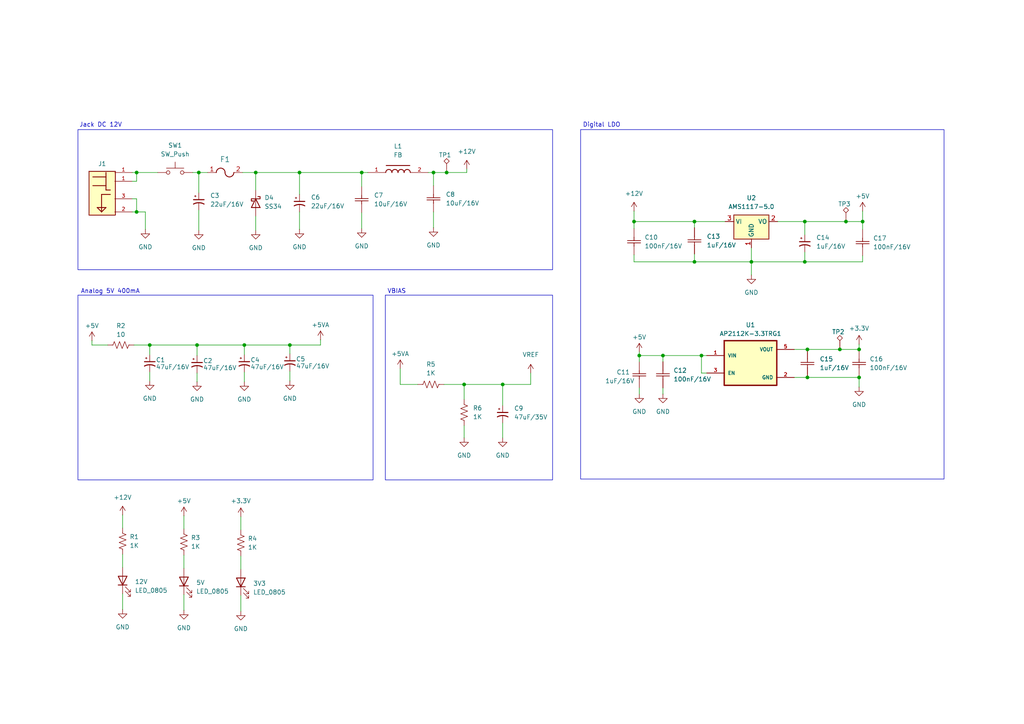
<source format=kicad_sch>
(kicad_sch (version 20231120) (generator "eeschema") (generator_version "8.0")
  (paper "A4")
  (lib_symbols
    (symbol "Connector:TestPoint_Alt" (pin_numbers hide) (pin_names (offset 0.762) hide)
      (property "Reference" "TP" (at 0 6.858 0))
      (property "Value" "TestPoint_Alt" (at 0 5.08 0))
      (symbol "TestPoint_Alt_0_1"
        (polyline (pts (xy 0 2.54) (xy -0.762 3.302) (xy 0 4.064) (xy 0.762 3.302) (xy 0 2.54)))
      )
      (symbol "TestPoint_Alt_1_1"
        (pin passive line (at 0 0 90) (length 2.54) (name "1") (number "1"))
      )
    )
    (symbol "Digital_Multi_Effect_Pedal:AP2112K-3.3TRG1" (pin_names (offset 1.016))
      (property "Reference" "U" (at -7.663 8.6476 0))
      (property "Value" "AP2112K-3.3TRG1" (at -7.6489 -11.6507 0))
      (symbol "AP2112K-3.3TRG1_0_0"
        (rectangle (start -7.62 5.588) (end 7.62 -7.366) (stroke (width 0.41)) (fill (type background)))
        (pin power_in line (at -12.7 1.27 0) (length 5.08) (name "VIN") (number "1"))
        (pin power_in line (at 12.7 -5.08 180) (length 5.08) (name "GND") (number "2"))
        (pin input line (at -12.7 -3.81 0) (length 5.08) (name "EN") (number "3"))
        (pin power_in line (at 12.7 3.048 180) (length 5.08) (name "VOUT") (number "5"))
      )
    )
    (symbol "Digital_Multi_Effect_Pedal:FB" (pin_names (offset 1.016))
      (property "Reference" "L" (at -10.16 7.62 0))
      (property "Value" "FB" (at -10.16 5.08 0))
      (symbol "FB_0_0"
        (arc (start -0.381 0) (mid -1.27 0.889) (end -2.159 0) (stroke (width 0.254)))
        (arc (start 1.397 0) (mid 0.508 0.889) (end -0.381 0) (stroke (width 0.254)))
        (arc (start 4.953 0) (mid 4.064 0.889) (end 3.175 0) (stroke (width 0.254)))
        (pin passive line (at -7.366 0 0) (length 5.08) (name "~") (number "1"))
        (pin passive line (at 10.16 0 180) (length 5.08) (name "~") (number "2"))
      )
      (symbol "FB_1_0"
        (arc (start 3.175 0) (mid 2.286 0.889) (end 1.397 0) (stroke (width 0.254)))
      )
      (symbol "FB_1_1"
        (polyline (pts (xy -2.032 2.032) (xy 4.826 2.032)) (stroke (width 0.254)))
      )
    )
    (symbol "Digital_Multi_Effect_Pedal:Fuse" (pin_names (offset 0.254) hide)
      (property "Reference" "F" (at 5.08 3.175 0))
      (symbol "Fuse_1_1"
        (arc (start 5.08 0) (mid 3.81 1.2645) (end 2.54 0) (stroke (width 0.254)))
        (arc (start 5.08 0) (mid 6.35 -1.2645) (end 7.62 0) (stroke (width 0.254)))
        (pin unspecified line (at 0 0 0) (length 2.54) (name "1") (number "1"))
        (pin unspecified line (at 10.16 0 180) (length 2.54) (name "2") (number "2"))
      )
      (symbol "Fuse_1_2"
        (arc (start 0 5.08) (mid -1.2645 3.81) (end 0 2.54) (stroke (width 0.254)))
        (arc (start 0 5.08) (mid 1.2645 6.35) (end 0 7.62) (stroke (width 0.254)))
        (pin unspecified line (at 0 0 90) (length 2.54) (name "1") (number "1"))
        (pin unspecified line (at 0 10.16 270) (length 2.54) (name "2") (number "2"))
      )
    )
    (symbol "Digital_Multi_Effect_Pedal:JackDC" (pin_names (offset 1.016))
      (property "Reference" "J" (at -5.0869 7.6304 0))
      (symbol "JackDC_0_0"
        (rectangle (start -3.6368 -4.7336) (end 3.9832 7.9664) (stroke (width 0.254)) (fill (type background)))
        (polyline (pts (xy -2.54 3.81) (xy 1.27 3.81)) (stroke (width 0.254)))
        (polyline (pts (xy -1.27 -2.54) (xy 1.27 -2.54)) (stroke (width 0.254)))
        (polyline (pts (xy 0 -3.81) (xy -1.27 -2.54)) (stroke (width 0.254)))
        (polyline (pts (xy 0 1.27) (xy 0 -3.81)) (stroke (width 0.254)))
        (polyline (pts (xy 1.27 -2.54) (xy 0 -3.81)) (stroke (width 0.254)))
        (polyline (pts (xy 1.27 2.54) (xy 2.54 2.54)) (stroke (width 0.254)))
        (polyline (pts (xy 1.27 3.81) (xy 1.27 2.54)) (stroke (width 0.254)))
        (polyline (pts (xy 1.27 6.35) (xy -2.54 6.35)) (stroke (width 0.254)))
        (polyline (pts (xy 1.27 6.35) (xy 1.27 3.81)) (stroke (width 0.254)))
        (polyline (pts (xy 1.27 7.62) (xy 1.27 6.35)) (stroke (width 0.254)))
        (polyline (pts (xy 2.54 1.27) (xy 0 1.27)) (stroke (width 0.254)))
        (pin passive line (at 8.89 -3.81 180) (length 5.08) (name "~") (number "2"))
        (pin passive line (at 8.89 0 180) (length 5.08) (name "~") (number "3"))
      )
      (symbol "JackDC_1_0"
        (pin passive line (at 8.89 5.08 180) (length 5.08) (name "~") (number "1"))
        (pin passive line (at 8.89 7.62 180) (length 5.08) (name "~") (number "1"))
      )
    )
    (symbol "Digital_Multi_Effect_Pedal:SS34" (pin_numbers hide) (pin_names (offset 1.016) hide)
      (property "Reference" "D" (at 0 2.54 0))
      (property "Value" "SS34" (at 0 -2.54 0))
      (symbol "SS34_0_1"
        (polyline (pts (xy 1.27 0) (xy -1.27 0)))
        (polyline (pts (xy 1.27 1.27) (xy 1.27 -1.27) (xy -1.27 0) (xy 1.27 1.27)) (stroke (width 0.254)))
        (polyline (pts (xy -1.905 0.635) (xy -1.905 1.27) (xy -1.27 1.27) (xy -1.27 -1.27) (xy -0.635 -1.27) (xy -0.635 -0.635)) (stroke (width 0.254)))
      )
      (symbol "SS34_1_1"
        (pin passive line (at -3.81 0 0) (length 2.54) (name "K") (number "1"))
        (pin passive line (at 3.81 0 180) (length 2.54) (name "A") (number "2"))
      )
    )
    (symbol "Digital_Multi_Effect_Pedal:SW_Push" (pin_numbers hide) (pin_names (offset 1.016) hide)
      (property "Reference" "SW" (at 1.27 2.54 0))
      (property "Value" "SW_Push" (at 0 -1.524 0))
      (symbol "SW_Push_0_1"
        (circle (center -2.032 0) (radius 0.508))
        (polyline (pts (xy 0 1.27) (xy 0 3.048)))
        (polyline (pts (xy 2.54 1.27) (xy -2.54 1.27)))
        (circle (center 2.032 0) (radius 0.508))
      )
      (symbol "SW_Push_1_1"
        (pin passive line (at -5.08 0 0) (length 2.54) (name "1") (number "1"))
        (pin passive line (at 5.08 0 180) (length 2.54) (name "2") (number "2"))
      )
    )
    (symbol "Regulator_Linear:AMS1117-5.0"
      (property "Reference" "U" (at -3.81 3.175 0))
      (property "Value" "AMS1117-5.0" (at 0 3.175 0))
      (symbol "AMS1117-5.0_0_1"
        (rectangle (start -5.08 -5.08) (end 5.08 1.905) (stroke (width 0.254)) (fill (type background)))
      )
      (symbol "AMS1117-5.0_1_1"
        (pin power_in line (at 0 -7.62 90) (length 2.54) (name "GND") (number "1"))
        (pin power_out line (at 7.62 0 180) (length 2.54) (name "VO") (number "2"))
        (pin power_in line (at -7.62 0 0) (length 2.54) (name "VI") (number "3"))
      )
    )
    (symbol "charge_battery_sym_lib:Cap_Tantalum_10uF_35V" (pin_numbers hide) (pin_names (offset 1.016) hide)
      (property "Reference" "C" (at 0 3.81 0))
      (property "Value" "10uF/35V" (at 0 -5.08 0))
      (symbol "Cap_Tantalum_10uF_35V_0_1"
        (polyline (pts (xy 1.016 -1.27) (xy 1.016 -0.762)))
        (polyline (pts (xy 1.27 -1.016) (xy 0.762 -1.016)))
        (polyline (pts (xy 2.032 -1.524) (xy 2.032 1.524)) (stroke (width 0.3048)))
        (arc (start 3.302 1.524) (mid 2.9134 0) (end 3.302 -1.524) (stroke (width 0.3048)))
      )
      (symbol "Cap_Tantalum_10uF_35V_1_1"
        (pin passive line (at 0 0 0) (length 2.032) (name "~") (number "1"))
        (pin passive line (at 5.08 0 180) (length 2.032) (name "~") (number "2"))
      )
    )
    (symbol "charge_battery_sym_lib:Cap_Tantalum_1uF_16V" (pin_numbers hide) (pin_names (offset 1.016) hide)
      (property "Reference" "C" (at 0 3.81 0))
      (property "Value" "1uF/16V" (at 0 -5.08 0))
      (symbol "Cap_Tantalum_1uF_16V_0_1"
        (polyline (pts (xy 1.016 -1.27) (xy 1.016 -0.762)))
        (polyline (pts (xy 1.27 -1.016) (xy 0.762 -1.016)))
        (polyline (pts (xy 2.032 -1.524) (xy 2.032 1.524)) (stroke (width 0.3048)))
        (arc (start 3.302 1.524) (mid 2.9134 0) (end 3.302 -1.524) (stroke (width 0.3048)))
      )
      (symbol "Cap_Tantalum_1uF_16V_1_1"
        (pin passive line (at 0 0 0) (length 2.032) (name "~") (number "1"))
        (pin passive line (at 5.08 0 180) (length 2.032) (name "~") (number "2"))
      )
    )
    (symbol "charge_battery_sym_lib:Ceramic_Cap_SMD_100nF_16V" (pin_numbers hide) (pin_names hide)
      (property "Reference" "C" (at 1.016 2.794 0))
      (property "Value" "100nF/16V" (at 0.254 5.334 0))
      (symbol "Ceramic_Cap_SMD_100nF_16V_1_1"
        (polyline (pts (xy 1.27 0) (xy 2.2098 0)) (stroke (width 0.2032)))
        (polyline (pts (xy 2.2098 -1.905) (xy 2.2098 1.905)) (stroke (width 0.2032)))
        (polyline (pts (xy 2.8448 -1.905) (xy 2.8448 1.905)) (stroke (width 0.2032)))
        (polyline (pts (xy 2.8448 0) (xy 3.81 0)) (stroke (width 0.2032)))
        (pin unspecified line (at -1.27 0 0) (length 2.54) (name "") (number "1"))
        (pin unspecified line (at 6.35 0 180) (length 2.54) (name "") (number "2"))
      )
    )
    (symbol "charge_battery_sym_lib:Ceramic_Cap_SMD_10uF_16V" (pin_numbers hide) (pin_names hide)
      (property "Reference" "C" (at 2.286 2.794 0))
      (property "Value" "10uF/16V" (at 0.254 5.334 0))
      (symbol "Ceramic_Cap_SMD_10uF_16V_1_1"
        (polyline (pts (xy 2.54 0) (xy 3.4798 0)) (stroke (width 0.2032)))
        (polyline (pts (xy 3.4798 -1.905) (xy 3.4798 1.905)) (stroke (width 0.2032)))
        (polyline (pts (xy 4.1148 -1.905) (xy 4.1148 1.905)) (stroke (width 0.2032)))
        (polyline (pts (xy 4.1148 0) (xy 5.08 0)) (stroke (width 0.2032)))
        (pin unspecified line (at 0 0 0) (length 2.54) (name "") (number "1"))
        (pin unspecified line (at 7.62 0 180) (length 2.54) (name "") (number "2"))
      )
    )
    (symbol "charge_battery_sym_lib:Ceramic_Cap_SMD_1uF_16V" (pin_numbers hide) (pin_names hide)
      (property "Reference" "C" (at 2.286 2.794 0))
      (property "Value" "1uF/16V" (at 0.254 5.334 0))
      (symbol "Ceramic_Cap_SMD_1uF_16V_1_1"
        (polyline (pts (xy 2.54 0) (xy 3.4798 0)) (stroke (width 0.2032)))
        (polyline (pts (xy 3.4798 -1.905) (xy 3.4798 1.905)) (stroke (width 0.2032)))
        (polyline (pts (xy 4.1148 -1.905) (xy 4.1148 1.905)) (stroke (width 0.2032)))
        (polyline (pts (xy 4.1148 0) (xy 5.08 0)) (stroke (width 0.2032)))
        (pin unspecified line (at 0 0 0) (length 2.54) (name "") (number "1"))
        (pin unspecified line (at 7.62 0 180) (length 2.54) (name "") (number "2"))
      )
    )
    (symbol "charge_battery_sym_lib:LED_0805" (pin_numbers hide) (pin_names (offset 1.016) hide)
      (property "Reference" "D" (at 0 2.54 0))
      (property "Value" "LED_0805" (at 0 -4.064 0))
      (symbol "LED_0805_0_1"
        (polyline (pts (xy -1.27 -1.27) (xy -1.27 1.27)) (stroke (width 0.254)))
        (polyline (pts (xy -1.27 0) (xy 1.27 0)))
        (polyline (pts (xy 1.27 -1.27) (xy 1.27 1.27) (xy -1.27 0) (xy 1.27 -1.27)) (stroke (width 0.254)))
        (polyline (pts (xy -3.048 -0.762) (xy -4.572 -2.286) (xy -3.81 -2.286) (xy -4.572 -2.286) (xy -4.572 -1.524)))
        (polyline (pts (xy -1.778 -0.762) (xy -3.302 -2.286) (xy -2.54 -2.286) (xy -3.302 -2.286) (xy -3.302 -1.524)))
      )
      (symbol "LED_0805_1_1"
        (pin passive line (at -3.81 0 0) (length 2.54) (name "K") (number "1"))
        (pin passive line (at 3.81 0 180) (length 2.54) (name "A") (number "2"))
      )
    )
    (symbol "charge_battery_sym_lib:Res_1K_0603_1%" (pin_numbers hide) (pin_names hide)
      (property "Reference" "R" (at 3.556 2.54 0))
      (property "Value" "1K/1%/1_10W" (at 4.064 -2.54 0))
      (symbol "Res_1K_0603_1%_0_1"
        (polyline (pts (xy 1.524 0) (xy 1.27 0)))
        (polyline (pts (xy 6.096 0) (xy 6.35 0)))
        (polyline (pts (xy 1.524 0) (xy 1.905 1.016) (xy 2.286 0) (xy 2.667 -1.016) (xy 3.048 0)))
        (polyline (pts (xy 3.048 0) (xy 3.429 1.016) (xy 3.81 0) (xy 4.191 -1.016) (xy 4.572 0)))
        (polyline (pts (xy 4.572 0) (xy 4.953 1.016) (xy 5.334 0) (xy 5.715 -1.016) (xy 6.096 0)))
      )
      (symbol "Res_1K_0603_1%_1_1"
        (pin passive line (at 0 0 0) (length 1.27) (name "~") (number "1"))
        (pin passive line (at 7.62 0 180) (length 1.27) (name "~") (number "2"))
      )
    )
    (symbol "power:+12V" (power) (pin_numbers hide) (pin_names (offset 0) hide)
      (property "Value" "+12V" (at 0 3.556 0))
      (symbol "+12V_0_1"
        (polyline (pts (xy -0.762 1.27) (xy 0 2.54)))
        (polyline (pts (xy 0 0) (xy 0 2.54)))
        (polyline (pts (xy 0 2.54) (xy 0.762 1.27)))
      )
      (symbol "+12V_1_1"
        (pin power_in line (at 0 0 90) (length 0) (name "~") (number "1"))
      )
    )
    (symbol "power:+3.3V" (power) (pin_numbers hide) (pin_names (offset 0) hide)
      (property "Value" "+3.3V" (at 0 3.556 0))
      (symbol "+3.3V_0_1"
        (polyline (pts (xy -0.762 1.27) (xy 0 2.54)))
        (polyline (pts (xy 0 0) (xy 0 2.54)))
        (polyline (pts (xy 0 2.54) (xy 0.762 1.27)))
      )
      (symbol "+3.3V_1_1"
        (pin power_in line (at 0 0 90) (length 0) (name "~") (number "1"))
      )
    )
    (symbol "power:+5V" (power) (pin_numbers hide) (pin_names (offset 0) hide)
      (property "Value" "+5V" (at 0 3.556 0))
      (symbol "+5V_0_1"
        (polyline (pts (xy -0.762 1.27) (xy 0 2.54)))
        (polyline (pts (xy 0 0) (xy 0 2.54)))
        (polyline (pts (xy 0 2.54) (xy 0.762 1.27)))
      )
      (symbol "+5V_1_1"
        (pin power_in line (at 0 0 90) (length 0) (name "~") (number "1"))
      )
    )
    (symbol "power:GND" (power) (pin_numbers hide) (pin_names (offset 0) hide)
      (property "Value" "GND" (at 0 -3.81 0))
      (symbol "GND_0_1"
        (polyline (pts (xy 0 0) (xy 0 -1.27) (xy 1.27 -1.27) (xy 0 -2.54) (xy -1.27 -1.27) (xy 0 -1.27)))
      )
      (symbol "GND_1_1"
        (pin power_in line (at 0 0 270) (length 0) (name "~") (number "1"))
      )
    )
    (symbol "power:VBUS" (power) (pin_numbers hide) (pin_names (offset 0) hide)
      (property "Value" "VBUS" (at 0 3.556 0))
      (symbol "VBUS_0_1"
        (polyline (pts (xy -0.762 1.27) (xy 0 2.54)))
        (polyline (pts (xy 0 0) (xy 0 2.54)))
        (polyline (pts (xy 0 2.54) (xy 0.762 1.27)))
      )
      (symbol "VBUS_1_1"
        (pin power_in line (at 0 0 90) (length 0) (name "~") (number "1"))
      )
    )
  )
  (junction (at 234.188 109.474))
  (junction (at 74.168 50.038))
  (junction (at 57.658 50.038))
  (junction (at 201.422 64.262))
  (junction (at 249.174 109.474))
  (junction (at 203.454 103.124))
  (junction (at 192.278 103.124))
  (junction (at 185.42 103.124))
  (junction (at 243.586 101.346))
  (junction (at 201.422 75.946))
  (junction (at 250.19 64.262))
  (junction (at 183.896 64.262))
  (junction (at 86.868 50.038))
  (junction (at 70.866 100.076))
  (junction (at 84.074 100.076))
  (junction (at 125.73 50.038))
  (junction (at 43.434 100.076))
  (junction (at 233.426 75.946))
  (junction (at 104.902 50.038))
  (junction (at 217.932 75.946))
  (junction (at 145.796 111.506))
  (junction (at 234.188 101.346))
  (junction (at 134.62 111.506))
  (junction (at 129.54 50.038))
  (junction (at 233.426 64.262))
  (junction (at 245.364 64.262))
  (junction (at 39.624 50.038))
  (junction (at 39.624 61.468))
  (junction (at 57.15 100.076))
  (junction (at 249.174 101.346))
  (wire (pts (xy 104.902 66.294) (xy 104.902 61.722)))
  (wire (pts (xy 249.174 99.822) (xy 249.174 101.346)))
  (wire (pts (xy 70.866 100.076) (xy 84.074 100.076)))
  (wire (pts (xy 201.422 64.262) (xy 201.422 66.04)))
  (wire (pts (xy 135.382 50.038) (xy 129.54 50.038)))
  (wire (pts (xy 134.62 111.506) (xy 134.62 115.824)))
  (wire (pts (xy 153.924 108.204) (xy 153.924 111.506)))
  (wire (pts (xy 243.586 101.346) (xy 234.188 101.346)))
  (wire (pts (xy 201.422 75.946) (xy 217.932 75.946)))
  (wire (pts (xy 116.078 111.506) (xy 116.078 106.934)))
  (wire (pts (xy 42.164 61.468) (xy 39.624 61.468)))
  (wire (pts (xy 234.188 101.6) (xy 234.188 101.346)))
  (wire (pts (xy 35.56 160.782) (xy 35.56 164.592)))
  (wire (pts (xy 125.73 66.04) (xy 125.73 61.468)))
  (wire (pts (xy 249.174 101.6) (xy 249.174 101.346)))
  (wire (pts (xy 74.168 55.118) (xy 74.168 50.038)))
  (wire (pts (xy 53.34 161.036) (xy 53.34 164.846)))
  (wire (pts (xy 43.434 102.87) (xy 43.434 100.076)))
  (wire (pts (xy 84.074 107.696) (xy 84.074 110.49)))
  (wire (pts (xy 125.73 50.038) (xy 124.206 50.038)))
  (wire (pts (xy 39.624 50.038) (xy 45.72 50.038)))
  (wire (pts (xy 70.358 50.038) (xy 74.168 50.038)))
  (wire (pts (xy 210.312 64.262) (xy 201.422 64.262)))
  (wire (pts (xy 204.978 108.204) (xy 203.454 108.204)))
  (wire (pts (xy 86.868 61.468) (xy 86.868 66.548)))
  (wire (pts (xy 104.902 50.038) (xy 106.68 50.038)))
  (wire (pts (xy 145.796 117.602) (xy 145.796 111.506)))
  (wire (pts (xy 57.658 66.802) (xy 57.658 60.96)))
  (wire (pts (xy 70.866 100.076) (xy 70.866 102.87)))
  (wire (pts (xy 43.434 107.95) (xy 43.434 110.49)))
  (wire (pts (xy 69.85 149.86) (xy 69.85 153.67)))
  (wire (pts (xy 39.624 50.038) (xy 39.624 52.578)))
  (wire (pts (xy 104.902 50.038) (xy 104.902 54.102)))
  (wire (pts (xy 26.67 100.076) (xy 26.67 98.806)))
  (wire (pts (xy 86.868 50.038) (xy 104.902 50.038)))
  (wire (pts (xy 39.624 57.658) (xy 39.624 61.468)))
  (wire (pts (xy 39.624 52.578) (xy 38.354 52.578)))
  (wire (pts (xy 38.354 57.658) (xy 39.624 57.658)))
  (wire (pts (xy 69.85 161.29) (xy 69.85 165.1)))
  (wire (pts (xy 185.42 102.108) (xy 185.42 103.124)))
  (wire (pts (xy 233.426 68.072) (xy 233.426 64.262)))
  (wire (pts (xy 183.896 64.262) (xy 201.422 64.262)))
  (wire (pts (xy 53.34 149.606) (xy 53.34 153.416)))
  (wire (pts (xy 57.658 50.038) (xy 57.658 55.88)))
  (wire (pts (xy 135.382 49.022) (xy 135.382 50.038)))
  (wire (pts (xy 233.426 75.946) (xy 250.19 75.946)))
  (wire (pts (xy 245.364 64.262) (xy 250.19 64.262)))
  (wire (pts (xy 185.42 103.124) (xy 192.278 103.124)))
  (wire (pts (xy 249.174 101.346) (xy 243.586 101.346)))
  (wire (pts (xy 234.188 109.22) (xy 234.188 109.474)))
  (wire (pts (xy 250.19 74.168) (xy 250.19 75.946)))
  (wire (pts (xy 57.658 50.038) (xy 60.198 50.038)))
  (wire (pts (xy 230.378 101.346) (xy 234.188 101.346)))
  (wire (pts (xy 39.624 61.468) (xy 38.354 61.468)))
  (wire (pts (xy 225.552 64.262) (xy 233.426 64.262)))
  (wire (pts (xy 69.85 172.72) (xy 69.85 177.292)))
  (wire (pts (xy 129.54 50.038) (xy 125.73 50.038)))
  (wire (pts (xy 145.796 111.506) (xy 153.924 111.506)))
  (wire (pts (xy 57.15 100.076) (xy 70.866 100.076)))
  (wire (pts (xy 192.278 103.124) (xy 203.454 103.124)))
  (wire (pts (xy 203.454 103.124) (xy 203.454 108.204)))
  (wire (pts (xy 92.964 100.076) (xy 84.074 100.076)))
  (wire (pts (xy 183.896 64.262) (xy 183.896 66.294)))
  (wire (pts (xy 183.896 61.214) (xy 183.896 64.262)))
  (wire (pts (xy 35.56 149.352) (xy 35.56 153.162)))
  (wire (pts (xy 233.426 64.262) (xy 245.364 64.262)))
  (wire (pts (xy 57.15 103.124) (xy 57.15 100.076)))
  (wire (pts (xy 183.896 73.914) (xy 183.896 75.946)))
  (wire (pts (xy 145.796 122.682) (xy 145.796 127)))
  (wire (pts (xy 125.73 53.848) (xy 125.73 50.038)))
  (wire (pts (xy 250.19 61.214) (xy 250.19 64.262)))
  (wire (pts (xy 183.896 75.946) (xy 201.422 75.946)))
  (wire (pts (xy 249.174 109.474) (xy 234.188 109.474)))
  (wire (pts (xy 217.932 71.882) (xy 217.932 75.946)))
  (wire (pts (xy 86.868 50.038) (xy 74.168 50.038)))
  (wire (pts (xy 35.56 172.212) (xy 35.56 176.784)))
  (wire (pts (xy 86.868 56.388) (xy 86.868 50.038)))
  (wire (pts (xy 128.778 111.506) (xy 134.62 111.506)))
  (wire (pts (xy 250.19 64.262) (xy 250.19 66.548)))
  (wire (pts (xy 42.164 61.468) (xy 42.164 66.548)))
  (wire (pts (xy 192.278 104.902) (xy 192.278 103.124)))
  (wire (pts (xy 31.242 100.076) (xy 26.67 100.076)))
  (wire (pts (xy 185.42 112.522) (xy 185.42 114.3)))
  (wire (pts (xy 201.422 73.66) (xy 201.422 75.946)))
  (wire (pts (xy 92.964 98.552) (xy 92.964 100.076)))
  (wire (pts (xy 233.426 75.946) (xy 217.932 75.946)))
  (wire (pts (xy 38.862 100.076) (xy 43.434 100.076)))
  (wire (pts (xy 204.978 103.124) (xy 203.454 103.124)))
  (wire (pts (xy 249.174 109.22) (xy 249.174 109.474)))
  (wire (pts (xy 55.88 50.038) (xy 57.658 50.038)))
  (wire (pts (xy 43.434 100.076) (xy 57.15 100.076)))
  (wire (pts (xy 185.42 103.124) (xy 185.42 104.902)))
  (wire (pts (xy 192.278 114.3) (xy 192.278 112.522)))
  (wire (pts (xy 233.426 73.152) (xy 233.426 75.946)))
  (wire (pts (xy 57.15 108.204) (xy 57.15 110.744)))
  (wire (pts (xy 84.074 100.076) (xy 84.074 102.616)))
  (wire (pts (xy 134.62 123.444) (xy 134.62 127)))
  (wire (pts (xy 145.796 111.506) (xy 134.62 111.506)))
  (wire (pts (xy 74.168 62.738) (xy 74.168 66.802)))
  (wire (pts (xy 234.188 109.474) (xy 230.378 109.474)))
  (wire (pts (xy 53.34 172.466) (xy 53.34 177.038)))
  (wire (pts (xy 121.158 111.506) (xy 116.078 111.506)))
  (wire (pts (xy 70.866 107.95) (xy 70.866 110.744)))
  (wire (pts (xy 217.932 75.946) (xy 217.932 79.756)))
  (wire (pts (xy 38.354 50.038) (xy 39.624 50.038)))
  (wire (pts (xy 249.174 109.474) (xy 249.174 112.268)))
  (rectangle (start 168.402 37.592) (end 273.812 138.938))
  (rectangle (start 22.606 85.598) (end 108.204 139.192))
  (rectangle (start 111.76 85.598) (end 160.274 139.192))
  (rectangle (start 22.606 37.592) (end 160.274 78.232))
  (text "VBIAS" (at 115.062 84.582 0) (effects (font (size 1.27 1.27))))
  (text "Jack DC 12V\n" (at 29.21 36.322 0) (effects (font (size 1.27 1.27))))
  (text "Analog 5V 400mA" (at 32.004 84.582 0) (effects (font (size 1.27 1.27))))
  (text "Digital LDO" (at 174.498 36.322 0) (effects (font (size 1.27 1.27))))
  (symbol (lib_id "charge_battery_sym_lib:Res_1K_0603_1%") (at 69.85 153.67 270) (unit 1)
    (property "Reference" "R4" (at 71.882 156.2099 90) (effects (justify left)))
    (property "Value" "1K" (at 71.882 158.7499 90) (effects (justify left)))
    (property "Footprint" "charge_battery_footprint_lib:Res_0603" (effects (hide yes)))
    (property "Datasheet" "https://fscdn.rohm.com/en/products/databook/datasheet/passive/resistor/chip_resistor/esr-e.pdf" (effects (hide yes)))
    (property "Description" "Res 1 KOhm 0603 1%" (effects (hide yes)))
    (property "Supply name" "Thegioiic" (effects (hide yes)))
    (property "Supply part number" "Điện Trở 1 KOhm 0603 1%" (effects (hide yes)))
    (property "Supply URL" "https://www.thegioiic.com/dien-tro-1-kohm-0603-1-" (effects (hide yes)))
  )
  (symbol (lib_id "Digital_Multi_Effect_Pedal:JackDC") (at 29.464 57.658 0) (unit 1)
    (property "Reference" "J1" (at 29.6372 47.498 0))
    (property "Value" "DCJ200-05-A-XX-X_REVA" (effects (hide yes)))
    (property "Footprint" "Digital_Multi_Effect_Pedal:JackDC" (effects (hide yes)))
    (property "MF" "Global Connector Technology" (effects (hide yes)))
    (property "Description_1" "\n                        \n                            Power Barrel Connector Jack 2.05mm ID (0.081), 5.50mm OD (0.217) Surface Mount, Right Angle\n                        \n" (effects (hide yes)))
    (property "Package" "None" (effects (hide yes)))
    (property "Price" "None" (effects (hide yes)))
    (property "Check_prices" "https://www.snapeda.com/parts/DCJ200-05-A-K1-A/Global+Connector+Technology/view-part/?ref=eda" (effects (hide yes)))
    (property "SnapEDA_Link" "https://www.snapeda.com/parts/DCJ200-05-A-K1-A/Global+Connector+Technology/view-part/?ref=snap" (effects (hide yes)))
    (property "MP" "DCJ200-05-A-K1-A" (effects (hide yes)))
    (property "Availability" "Not in stock" (effects (hide yes)))
    (property "MANUFACTURER" "GCT" (effects (hide yes)))
  )
  (symbol (lib_id "charge_battery_sym_lib:Cap_Tantalum_10uF_35V") (at 57.15 103.124 270) (unit 1)
    (property "Reference" "C2" (at 58.928 104.648 90) (effects (justify left)))
    (property "Value" "47uF/16V" (at 58.928 106.68 90) (effects (justify left)))
    (property "Footprint" "charge_battery_footprint_lib:Tan_Cap_C" (effects (hide yes)))
    (property "Supply name" "Ban Linh Kien" (effects (hide yes)))
    (property "Supply part number" "Tụ Tantalum 106V-10UF 35V SMD6032" (effects (hide yes)))
    (property "Supply URL" "https://banlinhkien.com/tu-tantalum-106v10uf-35v-smd6032-p6650491.html" (effects (hide yes)))
  )
  (symbol (lib_id "charge_battery_sym_lib:LED_0805") (at 69.85 168.91 90) (unit 1)
    (property "Reference" "3V3" (at 73.406 169.2274 90) (effects (justify right)))
    (property "Value" "LED_0805" (at 73.406 171.7674 90) (effects (justify right)))
    (property "Footprint" "charge_battery_footprint_lib:LED_0805" (effects (hide yes)))
    (property "Description" "Light emitting diode" (effects (hide yes)))
    (property "Supply name" "Thegioiic" (effects (hide yes)))
    (property "Supply part number" "LED Xanh Lá 0805 Dán SMD Trong Suốt" (effects (hide yes)))
    (property "Supply URL" "https://www.thegioiic.com/led-xanh-la-0805-dan-smd-trong-suot" (effects (hide yes)))
  )
  (symbol (lib_id "charge_battery_sym_lib:Ceramic_Cap_SMD_100nF_16V") (at 183.896 72.644 90) (unit 1)
    (property "Reference" "C10" (at 186.944 68.8339 90) (effects (justify right)))
    (property "Value" "100nF/16V" (at 186.944 71.3739 90) (effects (justify right)))
    (property "Footprint" "charge_battery_footprint_lib:Ceramic_Cap_0603" (effects (hide yes)))
    (property "Datasheet" "https://www.mouser.vn/datasheet/2/40/KYOCERA_AutoMLCCKAM-3106308.pdf" (effects (hide yes)))
    (property "Description" "10%, 0603 (1608 Metric)" (effects (hide yes)))
    (property "Supply name" "Thegioiic" (effects (hide yes)))
    (property "Supply part number" "Tụ Gốm 0603 100nF (0.1uF) 16V" (effects (hide yes)))
    (property "Supply URL" "https://www.thegioiic.com/tu-gom-0603-100nf-0-1uf-16v" (effects (hide yes)))
  )
  (symbol (lib_id "charge_battery_sym_lib:Cap_Tantalum_1uF_16V") (at 233.426 68.072 270) (unit 1)
    (property "Reference" "C14" (at 236.728 68.9101 90) (effects (justify left)))
    (property "Value" "1uF/16V" (at 236.728 71.4501 90) (effects (justify left)))
    (property "Footprint" "charge_battery_footprint_lib:Tan_Cap_A" (effects (hide yes)))
    (property "Description" "TAJA105K016RNJ" (effects (hide yes)))
    (property "Supply name" "Thegioiic" (effects (hide yes)))
    (property "Supply part number" "Tụ Tantalum 1uF 16V 1206 TAJA105K016RNJ" (effects (hide yes)))
    (property "Supply URL" "https://www.thegioiic.com/tu-tantalum-1uf-16v-1206-taja105k016rnj" (effects (hide yes)))
  )
  (symbol (lib_id "power:GND") (at 192.278 114.3 0) (unit 1)
    (property "Reference" "#PWR027" (effects (hide yes)))
    (property "Value" "GND" (at 192.278 119.38 0))
    (property "Description" "Power symbol creates a global label with name \"GND\" , ground" (effects (hide yes)))
  )
  (symbol (lib_id "Digital_Multi_Effect_Pedal:SW_Push") (at 50.8 50.038 0) (unit 1)
    (property "Reference" "SW1" (at 50.8 42.164 0))
    (property "Value" "SW_Push" (at 50.8 44.704 0))
    (property "Footprint" "Digital_Multi_Effect_Pedal:Header_PW_Switch" (effects (hide yes)))
    (property "Description" "Push button switch, generic, two pins" (effects (hide yes)))
  )
  (symbol (lib_id "charge_battery_sym_lib:Cap_Tantalum_10uF_35V") (at 43.434 102.87 270) (unit 1)
    (property "Reference" "C1" (at 45.212 104.394 90) (effects (justify left)))
    (property "Value" "47uF/16V" (at 45.212 106.426 90) (effects (justify left)))
    (property "Footprint" "charge_battery_footprint_lib:Tan_Cap_C" (effects (hide yes)))
    (property "Supply name" "Ban Linh Kien" (effects (hide yes)))
    (property "Supply part number" "Tụ Tantalum 106V-10UF 35V SMD6032" (effects (hide yes)))
    (property "Supply URL" "https://banlinhkien.com/tu-tantalum-106v10uf-35v-smd6032-p6650491.html" (effects (hide yes)))
  )
  (symbol (lib_id "charge_battery_sym_lib:Res_1K_0603_1%") (at 128.778 111.506 180) (unit 1)
    (property "Reference" "R5" (at 124.968 105.664 0))
    (property "Value" "1K" (at 124.968 108.204 0))
    (property "Footprint" "charge_battery_footprint_lib:Res_0603" (effects (hide yes)))
    (property "Datasheet" "https://fscdn.rohm.com/en/products/databook/datasheet/passive/resistor/chip_resistor/esr-e.pdf" (effects (hide yes)))
    (property "Description" "Res 1 KOhm 0603 1%" (effects (hide yes)))
    (property "Supply name" "Thegioiic" (effects (hide yes)))
    (property "Supply part number" "Điện Trở 1 KOhm 0603 1%" (effects (hide yes)))
    (property "Supply URL" "https://www.thegioiic.com/dien-tro-1-kohm-0603-1-" (effects (hide yes)))
  )
  (symbol (lib_id "power:+5V") (at 185.42 102.108 0) (unit 1)
    (property "Reference" "#PWR025" (effects (hide yes)))
    (property "Value" "+5V" (at 185.42 97.79 0))
    (property "Description" "Power symbol creates a global label with name \"+5V\"" (effects (hide yes)))
  )
  (symbol (lib_id "charge_battery_sym_lib:Ceramic_Cap_SMD_1uF_16V") (at 201.422 73.66 90) (unit 1)
    (property "Reference" "C13" (at 204.978 68.5799 90) (effects (justify right)))
    (property "Value" "1uF/16V" (at 204.978 71.1199 90) (effects (justify right)))
    (property "Footprint" "charge_battery_footprint_lib:Ceramic_Cap_0603" (effects (hide yes)))
    (property "Datasheet" "https://www.mouser.vn/datasheet/2/40/KYOCERA_AutoMLCCKAM-3106308.pdf" (effects (hide yes)))
    (property "Description" "10%, 0603 (1608 Metric)" (effects (hide yes)))
    (property "Supply name" "Thegioiic" (effects (hide yes)))
    (property "Supply part number" "Tụ Gốm 0603 1uF 16V" (effects (hide yes)))
    (property "Supply URL" "https://www.thegioiic.com/tu-gom-0603-1uf-16v" (effects (hide yes)))
  )
  (symbol (lib_id "power:+12V") (at 135.382 49.022 0) (unit 1)
    (property "Reference" "#PWR021" (effects (hide yes)))
    (property "Value" "+12V" (at 135.382 43.942 0))
    (property "Description" "Power symbol creates a global label with name \"+12V\"" (effects (hide yes)))
  )
  (symbol (lib_id "Connector:TestPoint_Alt") (at 129.54 50.038 0) (unit 1)
    (property "Reference" "TP1" (at 127.254 44.958 0) (effects (justify left)))
    (property "Value" "TestPoint_Alt" (effects (hide yes)))
    (property "Footprint" "TestPoint:TestPoint_Pad_D1.5mm" (effects (hide yes)))
    (property "Description" "test point (alternative shape)" (effects (hide yes)))
  )
  (symbol (lib_id "charge_battery_sym_lib:Res_1K_0603_1%") (at 134.62 123.444 90) (unit 1)
    (property "Reference" "R6" (at 137.16 118.3639 90) (effects (justify right)))
    (property "Value" "1K" (at 137.16 120.9039 90) (effects (justify right)))
    (property "Footprint" "charge_battery_footprint_lib:Res_0603" (effects (hide yes)))
    (property "Datasheet" "https://fscdn.rohm.com/en/products/databook/datasheet/passive/resistor/chip_resistor/esr-e.pdf" (effects (hide yes)))
    (property "Description" "Res 1 KOhm 0603 1%" (effects (hide yes)))
    (property "Supply name" "Thegioiic" (effects (hide yes)))
    (property "Supply part number" "Điện Trở 1 KOhm 0603 1%" (effects (hide yes)))
    (property "Supply URL" "https://www.thegioiic.com/dien-tro-1-kohm-0603-1-" (effects (hide yes)))
  )
  (symbol (lib_id "power:+12V") (at 35.56 149.352 0) (unit 1)
    (property "Reference" "#PWR02" (effects (hide yes)))
    (property "Value" "+12V" (at 35.56 144.272 0))
    (property "Description" "Power symbol creates a global label with name \"+12V\"" (effects (hide yes)))
  )
  (symbol (lib_id "power:GND") (at 53.34 177.038 0) (unit 1)
    (property "Reference" "#PWR07" (effects (hide yes)))
    (property "Value" "GND" (at 53.34 182.118 0))
    (property "Description" "Power symbol creates a global label with name \"GND\" , ground" (effects (hide yes)))
  )
  (symbol (lib_id "power:+3.3V") (at 69.85 149.86 0) (unit 1)
    (property "Reference" "#PWR010" (effects (hide yes)))
    (property "Value" "+3.3V" (at 69.85 145.288 0))
    (property "Description" "Power symbol creates a global label with name \"+3.3V\"" (effects (hide yes)))
  )
  (symbol (lib_id "charge_battery_sym_lib:Cap_Tantalum_10uF_35V") (at 70.866 102.87 270) (unit 1)
    (property "Reference" "C4" (at 72.644 104.394 90) (effects (justify left)))
    (property "Value" "47uF/16V" (at 72.644 106.426 90) (effects (justify left)))
    (property "Footprint" "charge_battery_footprint_lib:Tan_Cap_C" (effects (hide yes)))
    (property "Supply name" "Ban Linh Kien" (effects (hide yes)))
    (property "Supply part number" "Tụ Tantalum 106V-10UF 35V SMD6032" (effects (hide yes)))
    (property "Supply URL" "https://banlinhkien.com/tu-tantalum-106v10uf-35v-smd6032-p6650491.html" (effects (hide yes)))
  )
  (symbol (lib_id "power:GND") (at 57.658 66.802 0) (unit 1)
    (property "Reference" "#PWR09" (effects (hide yes)))
    (property "Value" "GND" (at 57.658 71.882 0))
    (property "Description" "Power symbol creates a global label with name \"GND\" , ground" (effects (hide yes)))
  )
  (symbol (lib_id "power:GND") (at 84.074 110.49 0) (unit 1)
    (property "Reference" "#PWR014" (effects (hide yes)))
    (property "Value" "GND" (at 84.074 115.57 0))
    (property "Description" "Power symbol creates a global label with name \"GND\" , ground" (effects (hide yes)))
  )
  (symbol (lib_id "charge_battery_sym_lib:Ceramic_Cap_SMD_1uF_16V") (at 234.188 109.22 90) (unit 1)
    (property "Reference" "C15" (at 237.744 104.1399 90) (effects (justify right)))
    (property "Value" "1uF/16V" (at 237.744 106.6799 90) (effects (justify right)))
    (property "Footprint" "charge_battery_footprint_lib:Ceramic_Cap_0603" (effects (hide yes)))
    (property "Datasheet" "https://www.mouser.vn/datasheet/2/40/KYOCERA_AutoMLCCKAM-3106308.pdf" (effects (hide yes)))
    (property "Description" "10%, 0603 (1608 Metric)" (effects (hide yes)))
    (property "Supply name" "Thegioiic" (effects (hide yes)))
    (property "Supply part number" "Tụ Gốm 0603 1uF 16V" (effects (hide yes)))
    (property "Supply URL" "https://www.thegioiic.com/tu-gom-0603-1uf-16v" (effects (hide yes)))
  )
  (symbol (lib_id "charge_battery_sym_lib:Ceramic_Cap_SMD_100nF_16V") (at 249.174 107.95 90) (unit 1)
    (property "Reference" "C16" (at 252.222 104.1399 90) (effects (justify right)))
    (property "Value" "100nF/16V" (at 252.222 106.6799 90) (effects (justify right)))
    (property "Footprint" "charge_battery_footprint_lib:Ceramic_Cap_0603" (effects (hide yes)))
    (property "Datasheet" "https://www.mouser.vn/datasheet/2/40/KYOCERA_AutoMLCCKAM-3106308.pdf" (effects (hide yes)))
    (property "Description" "10%, 0603 (1608 Metric)" (effects (hide yes)))
    (property "Supply name" "Thegioiic" (effects (hide yes)))
    (property "Supply part number" "Tụ Gốm 0603 100nF (0.1uF) 16V" (effects (hide yes)))
    (property "Supply URL" "https://www.thegioiic.com/tu-gom-0603-100nf-0-1uf-16v" (effects (hide yes)))
  )
  (symbol (lib_id "charge_battery_sym_lib:Res_1K_0603_1%") (at 53.34 153.416 270) (unit 1)
    (property "Reference" "R3" (at 55.372 155.9559 90) (effects (justify left)))
    (property "Value" "1K" (at 55.372 158.4959 90) (effects (justify left)))
    (property "Footprint" "charge_battery_footprint_lib:Res_0603" (effects (hide yes)))
    (property "Datasheet" "https://fscdn.rohm.com/en/products/databook/datasheet/passive/resistor/chip_resistor/esr-e.pdf" (effects (hide yes)))
    (property "Description" "Res 1 KOhm 0603 1%" (effects (hide yes)))
    (property "Supply name" "Thegioiic" (effects (hide yes)))
    (property "Supply part number" "Điện Trở 1 KOhm 0603 1%" (effects (hide yes)))
    (property "Supply URL" "https://www.thegioiic.com/dien-tro-1-kohm-0603-1-" (effects (hide yes)))
  )
  (symbol (lib_id "Digital_Multi_Effect_Pedal:SS34") (at 74.168 58.928 270) (unit 1)
    (property "Reference" "D4" (at 76.708 57.3404 90) (effects (justify left)))
    (property "Value" "SS34" (at 76.708 59.8804 90) (effects (justify left)))
    (property "Footprint" "Diode_SMD:D_SMA" (effects (hide yes)))
    (property "Datasheet" "https://www.vishay.com/docs/88751/ss32.pdf" (effects (hide yes)))
    (property "Description" "40V 3A Schottky Diode, SMA" (effects (hide yes)))
  )
  (symbol (lib_id "charge_battery_sym_lib:Cap_Tantalum_1uF_16V") (at 86.868 56.388 270) (unit 1)
    (property "Reference" "C6" (at 90.17 57.2261 90) (effects (justify left)))
    (property "Value" "22uF/16V" (at 90.17 59.7661 90) (effects (justify left)))
    (property "Footprint" "charge_battery_footprint_lib:Tan_Cap_A" (effects (hide yes)))
    (property "Description" "TAJA105K016RNJ" (effects (hide yes)))
    (property "Supply name" "Thegioiic" (effects (hide yes)))
    (property "Supply part number" "Tụ Tantalum 1uF 16V 1206 TAJA105K016RNJ" (effects (hide yes)))
    (property "Supply URL" "https://www.thegioiic.com/tu-tantalum-1uf-16v-1206-taja105k016rnj" (effects (hide yes)))
  )
  (symbol (lib_id "power:+5V") (at 92.964 98.552 0) (unit 1)
    (property "Reference" "#PWR016" (effects (hide yes)))
    (property "Value" "+5VA" (at 92.964 94.234 0))
    (property "Description" "Power symbol creates a global label with name \"+5V\"" (effects (hide yes)))
  )
  (symbol (lib_id "charge_battery_sym_lib:Cap_Tantalum_10uF_35V") (at 84.074 102.616 270) (unit 1)
    (property "Reference" "C5" (at 85.852 104.14 90) (effects (justify left)))
    (property "Value" "47uF/16V" (at 85.852 106.172 90) (effects (justify left)))
    (property "Footprint" "charge_battery_footprint_lib:Tan_Cap_C" (effects (hide yes)))
    (property "Supply name" "Ban Linh Kien" (effects (hide yes)))
    (property "Supply part number" "Tụ Tantalum 106V-10UF 35V SMD6032" (effects (hide yes)))
    (property "Supply URL" "https://banlinhkien.com/tu-tantalum-106v10uf-35v-smd6032-p6650491.html" (effects (hide yes)))
  )
  (symbol (lib_id "Digital_Multi_Effect_Pedal:Fuse") (at 60.198 50.038 0) (unit 1)
    (property "Reference" "F1" (at 65.278 46.228 0) (effects (font (size 1.524 1.524))))
    (property "Value" "Fuse" (effects (hide yes)))
    (property "Footprint" "Digital_Multi_Effect_Pedal:FUSE_1812L_LTF" (effects (hide yes)))
    (property "Datasheet" "1812L010DR" (effects (hide yes)))
  )
  (symbol (lib_id "Connector:TestPoint_Alt") (at 243.586 101.346 0) (unit 1)
    (property "Reference" "TP2" (at 241.3 96.266 0) (effects (justify left)))
    (property "Value" "TestPoint_Alt" (effects (hide yes)))
    (property "Footprint" "TestPoint:TestPoint_Pad_D1.5mm" (effects (hide yes)))
    (property "Description" "test point (alternative shape)" (effects (hide yes)))
  )
  (symbol (lib_id "power:+12V") (at 183.896 61.214 0) (unit 1)
    (property "Reference" "#PWR024" (effects (hide yes)))
    (property "Value" "+12V" (at 183.896 56.134 0))
    (property "Description" "Power symbol creates a global label with name \"+12V\"" (effects (hide yes)))
  )
  (symbol (lib_id "power:GND") (at 145.796 127 0) (unit 1)
    (property "Reference" "#PWR022" (effects (hide yes)))
    (property "Value" "GND" (at 145.796 132.08 0))
    (property "Description" "Power symbol creates a global label with name \"GND\" , ground" (effects (hide yes)))
  )
  (symbol (lib_id "Regulator_Linear:AMS1117-5.0") (at 217.932 64.262 0) (unit 1)
    (property "Reference" "U2" (at 217.932 57.404 0))
    (property "Value" "AMS1117-5.0" (at 217.932 59.944 0))
    (property "Footprint" "Package_TO_SOT_SMD:SOT-223-3_TabPin2" (effects (hide yes)))
    (property "Datasheet" "http://www.advanced-monolithic.com/pdf/ds1117.pdf" (effects (hide yes)))
    (property "Description" "1A Low Dropout regulator, positive, 5.0V fixed output, SOT-223" (effects (hide yes)))
  )
  (symbol (lib_id "power:GND") (at 57.15 110.744 0) (unit 1)
    (property "Reference" "#PWR08" (effects (hide yes)))
    (property "Value" "GND" (at 57.15 115.824 0))
    (property "Description" "Power symbol creates a global label with name \"GND\" , ground" (effects (hide yes)))
  )
  (symbol (lib_id "power:GND") (at 125.73 66.04 0) (unit 1)
    (property "Reference" "#PWR019" (effects (hide yes)))
    (property "Value" "GND" (at 125.73 71.12 0))
    (property "Description" "Power symbol creates a global label with name \"GND\" , ground" (effects (hide yes)))
  )
  (symbol (lib_id "power:+5V") (at 53.34 149.606 0) (unit 1)
    (property "Reference" "#PWR06" (effects (hide yes)))
    (property "Value" "+5V" (at 53.34 145.288 0))
    (property "Description" "Power symbol creates a global label with name \"+5V\"" (effects (hide yes)))
  )
  (symbol (lib_id "charge_battery_sym_lib:Cap_Tantalum_10uF_35V") (at 145.796 117.602 270) (unit 1)
    (property "Reference" "C9" (at 149.098 118.4401 90) (effects (justify left)))
    (property "Value" "47uF/35V" (at 149.098 120.9801 90) (effects (justify left)))
    (property "Footprint" "charge_battery_footprint_lib:Tan_Cap_C" (effects (hide yes)))
    (property "Supply name" "Ban Linh Kien" (effects (hide yes)))
    (property "Supply part number" "Tụ Tantalum 106V-10UF 35V SMD6032" (effects (hide yes)))
    (property "Supply URL" "https://banlinhkien.com/tu-tantalum-106v10uf-35v-smd6032-p6650491.html" (effects (hide yes)))
  )
  (symbol (lib_id "power:GND") (at 70.866 110.744 0) (unit 1)
    (property "Reference" "#PWR012" (effects (hide yes)))
    (property "Value" "GND" (at 70.866 115.824 0))
    (property "Description" "Power symbol creates a global label with name \"GND\" , ground" (effects (hide yes)))
  )
  (symbol (lib_id "charge_battery_sym_lib:Cap_Tantalum_1uF_16V") (at 57.658 55.88 270) (unit 1)
    (property "Reference" "C3" (at 60.96 56.7181 90) (effects (justify left)))
    (property "Value" "22uF/16V" (at 60.96 59.2581 90) (effects (justify left)))
    (property "Footprint" "charge_battery_footprint_lib:Tan_Cap_A" (effects (hide yes)))
    (property "Description" "TAJA105K016RNJ" (effects (hide yes)))
    (property "Supply name" "Thegioiic" (effects (hide yes)))
    (property "Supply part number" "Tụ Tantalum 1uF 16V 1206 TAJA105K016RNJ" (effects (hide yes)))
    (property "Supply URL" "https://www.thegioiic.com/tu-tantalum-1uf-16v-1206-taja105k016rnj" (effects (hide yes)))
  )
  (symbol (lib_id "power:GND") (at 86.868 66.548 0) (unit 1)
    (property "Reference" "#PWR015" (effects (hide yes)))
    (property "Value" "GND" (at 86.868 71.628 0))
    (property "Description" "Power symbol creates a global label with name \"GND\" , ground" (effects (hide yes)))
  )
  (symbol (lib_id "power:GND") (at 42.164 66.548 0) (unit 1)
    (property "Reference" "#PWR04" (effects (hide yes)))
    (property "Value" "GND" (at 42.164 71.628 0))
    (property "Description" "Power symbol creates a global label with name \"GND\" , ground" (effects (hide yes)))
  )
  (symbol (lib_id "power:GND") (at 185.42 114.3 0) (unit 1)
    (property "Reference" "#PWR026" (effects (hide yes)))
    (property "Value" "GND" (at 185.42 119.38 0))
    (property "Description" "Power symbol creates a global label with name \"GND\" , ground" (effects (hide yes)))
  )
  (symbol (lib_id "power:GND") (at 249.174 112.268 0) (unit 1)
    (property "Reference" "#PWR030" (effects (hide yes)))
    (property "Value" "GND" (at 249.174 117.348 0))
    (property "Description" "Power symbol creates a global label with name \"GND\" , ground" (effects (hide yes)))
  )
  (symbol (lib_id "charge_battery_sym_lib:Ceramic_Cap_SMD_10uF_16V") (at 104.902 61.722 90) (unit 1)
    (property "Reference" "C7" (at 108.458 56.6419 90) (effects (justify right)))
    (property "Value" "10uF/16V" (at 108.458 59.1819 90) (effects (justify right)))
    (property "Footprint" "charge_battery_footprint_lib:Ceramic_Cap_0603" (effects (hide yes)))
    (property "Datasheet" "https://www.mouser.vn/datasheet/2/40/KYOCERA_AutoMLCCKAM-3106308.pdf" (effects (hide yes)))
    (property "Description" "10%, 0603 (1608 Metric)" (effects (hide yes)))
    (property "Supply name" "Thegioiic" (effects (hide yes)))
    (property "Supply part number" "Tụ Gốm 0603 10uF 16V" (effects (hide yes)))
    (property "Supply URL" "https://www.thegioiic.com/tu-gom-0603-10uf-16v" (effects (hide yes)))
  )
  (symbol (lib_id "charge_battery_sym_lib:Ceramic_Cap_SMD_100nF_16V") (at 192.278 111.252 90) (unit 1)
    (property "Reference" "C12" (at 195.326 107.4419 90) (effects (justify right)))
    (property "Value" "100nF/16V" (at 195.326 109.9819 90) (effects (justify right)))
    (property "Footprint" "charge_battery_footprint_lib:Ceramic_Cap_0603" (effects (hide yes)))
    (property "Datasheet" "https://www.mouser.vn/datasheet/2/40/KYOCERA_AutoMLCCKAM-3106308.pdf" (effects (hide yes)))
    (property "Description" "10%, 0603 (1608 Metric)" (effects (hide yes)))
    (property "Supply name" "Thegioiic" (effects (hide yes)))
    (property "Supply part number" "Tụ Gốm 0603 100nF (0.1uF) 16V" (effects (hide yes)))
    (property "Supply URL" "https://www.thegioiic.com/tu-gom-0603-100nf-0-1uf-16v" (effects (hide yes)))
  )
  (symbol (lib_id "power:+5V") (at 26.67 98.806 0) (unit 1)
    (property "Reference" "#PWR01" (effects (hide yes)))
    (property "Value" "+5V" (at 26.67 94.488 0))
    (property "Description" "Power symbol creates a global label with name \"+5V\"" (effects (hide yes)))
  )
  (symbol (lib_id "charge_battery_sym_lib:LED_0805") (at 35.56 168.402 90) (unit 1)
    (property "Reference" "12V" (at 39.116 168.7194 90) (effects (justify right)))
    (property "Value" "LED_0805" (at 39.116 171.2594 90) (effects (justify right)))
    (property "Footprint" "charge_battery_footprint_lib:LED_0805" (effects (hide yes)))
    (property "Description" "Light emitting diode" (effects (hide yes)))
    (property "Supply name" "Thegioiic" (effects (hide yes)))
    (property "Supply part number" "LED Xanh Lá 0805 Dán SMD Trong Suốt" (effects (hide yes)))
    (property "Supply URL" "https://www.thegioiic.com/led-xanh-la-0805-dan-smd-trong-suot" (effects (hide yes)))
  )
  (symbol (lib_id "power:GND") (at 217.932 79.756 0) (unit 1)
    (property "Reference" "#PWR028" (effects (hide yes)))
    (property "Value" "GND" (at 217.932 84.836 0))
    (property "Description" "Power symbol creates a global label with name \"GND\" , ground" (effects (hide yes)))
  )
  (symbol (lib_id "power:GND") (at 43.434 110.49 0) (unit 1)
    (property "Reference" "#PWR05" (effects (hide yes)))
    (property "Value" "GND" (at 43.434 115.57 0))
    (property "Description" "Power symbol creates a global label with name \"GND\" , ground" (effects (hide yes)))
  )
  (symbol (lib_id "power:GND") (at 74.168 66.802 0) (unit 1)
    (property "Reference" "#PWR013" (effects (hide yes)))
    (property "Value" "GND" (at 74.168 71.882 0))
    (property "Description" "Power symbol creates a global label with name \"GND\" , ground" (effects (hide yes)))
  )
  (symbol (lib_id "charge_battery_sym_lib:Ceramic_Cap_SMD_10uF_16V") (at 125.73 61.468 90) (unit 1)
    (property "Reference" "C8" (at 129.286 56.3879 90) (effects (justify right)))
    (property "Value" "10uF/16V" (at 129.286 58.9279 90) (effects (justify right)))
    (property "Footprint" "charge_battery_footprint_lib:Ceramic_Cap_0603" (effects (hide yes)))
    (property "Datasheet" "https://www.mouser.vn/datasheet/2/40/KYOCERA_AutoMLCCKAM-3106308.pdf" (effects (hide yes)))
    (property "Description" "10%, 0603 (1608 Metric)" (effects (hide yes)))
    (property "Supply name" "Thegioiic" (effects (hide yes)))
    (property "Supply part number" "Tụ Gốm 0603 10uF 16V" (effects (hide yes)))
    (property "Supply URL" "https://www.thegioiic.com/tu-gom-0603-10uf-16v" (effects (hide yes)))
  )
  (symbol (lib_id "power:GND") (at 35.56 176.784 0) (unit 1)
    (property "Reference" "#PWR03" (effects (hide yes)))
    (property "Value" "GND" (at 35.56 181.864 0))
    (property "Description" "Power symbol creates a global label with name \"GND\" , ground" (effects (hide yes)))
  )
  (symbol (lib_id "charge_battery_sym_lib:LED_0805") (at 53.34 168.656 90) (unit 1)
    (property "Reference" "5V" (at 56.896 168.9734 90) (effects (justify right)))
    (property "Value" "LED_0805" (at 56.896 171.5134 90) (effects (justify right)))
    (property "Footprint" "charge_battery_footprint_lib:LED_0805" (effects (hide yes)))
    (property "Description" "Light emitting diode" (effects (hide yes)))
    (property "Supply name" "Thegioiic" (effects (hide yes)))
    (property "Supply part number" "LED Xanh Lá 0805 Dán SMD Trong Suốt" (effects (hide yes)))
    (property "Supply URL" "https://www.thegioiic.com/led-xanh-la-0805-dan-smd-trong-suot" (effects (hide yes)))
  )
  (symbol (lib_id "Digital_Multi_Effect_Pedal:FB") (at 114.046 50.038 0) (unit 1)
    (property "Reference" "L1" (at 115.443 42.418 0))
    (property "Value" "FB" (at 115.443 44.958 0))
    (property "Footprint" "Digital_Multi_Effect_Pedal:FB_0805" (effects (hide yes)))
    (property "MF" "Abracon" (effects (hide yes)))
    (property "Description_1" "\n                        \n                            IND 1uH 0.05A 400mΩ\n                        \n" (effects (hide yes)))
    (property "Package" "2012 Bourns" (effects (hide yes)))
    (property "Price" "None" (effects (hide yes)))
    (property "SnapEDA_Link" "https://www.snapeda.com/parts/AIML-0805-1R0K-T/Abracon/view-part/?ref=snap" (effects (hide yes)))
    (property "MP" "AIML-0805-1R0K-T" (effects (hide yes)))
    (property "Availability" "In Stock" (effects (hide yes)))
    (property "Check_prices" "https://www.snapeda.com/parts/AIML-0805-1R0K-T/Abracon/view-part/?ref=eda" (effects (hide yes)))
  )
  (symbol (lib_id "Connector:TestPoint_Alt") (at 245.364 64.262 0) (unit 1)
    (property "Reference" "TP3" (at 243.078 59.182 0) (effects (justify left)))
    (property "Value" "TestPoint_Alt" (effects (hide yes)))
    (property "Footprint" "TestPoint:TestPoint_Pad_D1.5mm" (effects (hide yes)))
    (property "Description" "test point (alternative shape)" (effects (hide yes)))
  )
  (symbol (lib_id "power:GND") (at 134.62 127 0) (unit 1)
    (property "Reference" "#PWR020" (effects (hide yes)))
    (property "Value" "GND" (at 134.62 132.08 0))
    (property "Description" "Power symbol creates a global label with name \"GND\" , ground" (effects (hide yes)))
  )
  (symbol (lib_id "charge_battery_sym_lib:Res_1K_0603_1%") (at 35.56 153.162 270) (unit 1)
    (property "Reference" "R1" (at 37.592 155.7019 90) (effects (justify left)))
    (property "Value" "1K" (at 37.592 158.2419 90) (effects (justify left)))
    (property "Footprint" "charge_battery_footprint_lib:Res_0603" (effects (hide yes)))
    (property "Datasheet" "https://fscdn.rohm.com/en/products/databook/datasheet/passive/resistor/chip_resistor/esr-e.pdf" (effects (hide yes)))
    (property "Description" "Res 1 KOhm 0603 1%" (effects (hide yes)))
    (property "Supply name" "Thegioiic" (effects (hide yes)))
    (property "Supply part number" "Điện Trở 1 KOhm 0603 1%" (effects (hide yes)))
    (property "Supply URL" "https://www.thegioiic.com/dien-tro-1-kohm-0603-1-" (effects (hide yes)))
  )
  (symbol (lib_id "power:+5V") (at 250.19 61.214 0) (unit 1)
    (property "Reference" "#PWR031" (effects (hide yes)))
    (property "Value" "+5V" (at 250.19 56.896 0))
    (property "Description" "Power symbol creates a global label with name \"+5V\"" (effects (hide yes)))
  )
  (symbol (lib_id "charge_battery_sym_lib:Ceramic_Cap_SMD_100nF_16V") (at 250.19 72.898 90) (unit 1)
    (property "Reference" "C17" (at 253.238 69.0879 90) (effects (justify right)))
    (property "Value" "100nF/16V" (at 253.238 71.6279 90) (effects (justify right)))
    (property "Footprint" "charge_battery_footprint_lib:Ceramic_Cap_0603" (effects (hide yes)))
    (property "Datasheet" "https://www.mouser.vn/datasheet/2/40/KYOCERA_AutoMLCCKAM-3106308.pdf" (effects (hide yes)))
    (property "Description" "10%, 0603 (1608 Metric)" (effects (hide yes)))
    (property "Supply name" "Thegioiic" (effects (hide yes)))
    (property "Supply part number" "Tụ Gốm 0603 100nF (0.1uF) 16V" (effects (hide yes)))
    (property "Supply URL" "https://www.thegioiic.com/tu-gom-0603-100nf-0-1uf-16v" (effects (hide yes)))
  )
  (symbol (lib_id "power:+3.3V") (at 249.174 99.822 0) (unit 1)
    (property "Reference" "#PWR029" (effects (hide yes)))
    (property "Value" "+3.3V" (at 249.174 95.25 0))
    (property "Description" "Power symbol creates a global label with name \"+3.3V\"" (effects (hide yes)))
  )
  (symbol (lib_id "charge_battery_sym_lib:Ceramic_Cap_SMD_1uF_16V") (at 185.42 112.522 90) (unit 1)
    (property "Reference" "C11" (at 178.816 107.95 90) (effects (justify right)))
    (property "Value" "1uF/16V" (at 175.514 110.49 90) (effects (justify right)))
    (property "Footprint" "charge_battery_footprint_lib:Ceramic_Cap_0603" (effects (hide yes)))
    (property "Datasheet" "https://www.mouser.vn/datasheet/2/40/KYOCERA_AutoMLCCKAM-3106308.pdf" (effects (hide yes)))
    (property "Description" "10%, 0603 (1608 Metric)" (effects (hide yes)))
    (property "Supply name" "Thegioiic" (effects (hide yes)))
    (property "Supply part number" "Tụ Gốm 0603 1uF 16V" (effects (hide yes)))
    (property "Supply URL" "https://www.thegioiic.com/tu-gom-0603-1uf-16v" (effects (hide yes)))
  )
  (symbol (lib_id "charge_battery_sym_lib:Res_1K_0603_1%") (at 38.862 100.076 180) (unit 1)
    (property "Reference" "R2" (at 35.052 94.488 0))
    (property "Value" "10" (at 35.052 97.028 0))
    (property "Footprint" "charge_battery_footprint_lib:Res_0603" (effects (hide yes)))
    (property "Datasheet" "https://fscdn.rohm.com/en/products/databook/datasheet/passive/resistor/chip_resistor/esr-e.pdf" (effects (hide yes)))
    (property "Description" "Res 1 KOhm 0603 1%" (effects (hide yes)))
    (property "Supply name" "Thegioiic" (effects (hide yes)))
    (property "Supply part number" "Điện Trở 1 KOhm 0603 1%" (effects (hide yes)))
    (property "Supply URL" "https://www.thegioiic.com/dien-tro-1-kohm-0603-1-" (effects (hide yes)))
  )
  (symbol (lib_id "power:VBUS") (at 153.924 108.204 0) (unit 1)
    (property "Reference" "#PWR023" (effects (hide yes)))
    (property "Value" "VREF" (at 153.924 102.87 0))
    (property "Description" "Power symbol creates a global label with name \"VBUS\"" (effects (hide yes)))
  )
  (symbol (lib_id "Digital_Multi_Effect_Pedal:AP2112K-3.3TRG1") (at 217.678 104.394 0) (unit 1)
    (property "Reference" "U1" (at 217.678 94.234 0))
    (property "Value" "AP2112K-3.3TRG1" (at 217.678 96.774 0))
    (property "Footprint" "Digital_Multi_Effect_Pedal:SOT23" (effects (hide yes)))
    (property "MF" "Diodes Inc." (effects (hide yes)))
    (property "Description_1" "\n                        \n                            Voltage Regulators, LDO, 600mA CMOS LDO 50mA 3.3V 250mV | Diodes Inc AP2112K-3.3TRG1\n                        \n" (effects (hide yes)))
    (property "Package" "SOT-753 Diodes Inc." (effects (hide yes)))
    (property "Price" "None" (effects (hide yes)))
    (property "Check_prices" "https://www.snapeda.com/parts/AP2112K-3.3TRG1/Diodes+Inc./view-part/?ref=eda" (effects (hide yes)))
    (property "PARTREV" "2-2" (effects (hide yes)))
    (property "SnapEDA_Link" "https://www.snapeda.com/parts/AP2112K-3.3TRG1/Diodes+Inc./view-part/?ref=snap" (effects (hide yes)))
    (property "MP" "AP2112K-3.3TRG1" (effects (hide yes)))
    (property "Availability" "In Stock" (effects (hide yes)))
    (property "MANUFACTURER" "Diodes Inc." (effects (hide yes)))
  )
  (symbol (lib_id "power:GND") (at 69.85 177.292 0) (unit 1)
    (property "Reference" "#PWR011" (effects (hide yes)))
    (property "Value" "GND" (at 69.85 182.372 0))
    (property "Description" "Power symbol creates a global label with name \"GND\" , ground" (effects (hide yes)))
  )
  (symbol (lib_id "power:GND") (at 104.902 66.294 0) (unit 1)
    (property "Reference" "#PWR017" (effects (hide yes)))
    (property "Value" "GND" (at 104.902 71.374 0))
    (property "Description" "Power symbol creates a global label with name \"GND\" , ground" (effects (hide yes)))
  )
  (symbol (lib_id "power:+5V") (at 116.078 106.934 0) (unit 1)
    (property "Reference" "#PWR018" (effects (hide yes)))
    (property "Value" "+5VA" (at 116.078 102.616 0))
    (property "Description" "Power symbol creates a global label with name \"+5V\"" (effects (hide yes)))
  )
)
</source>
